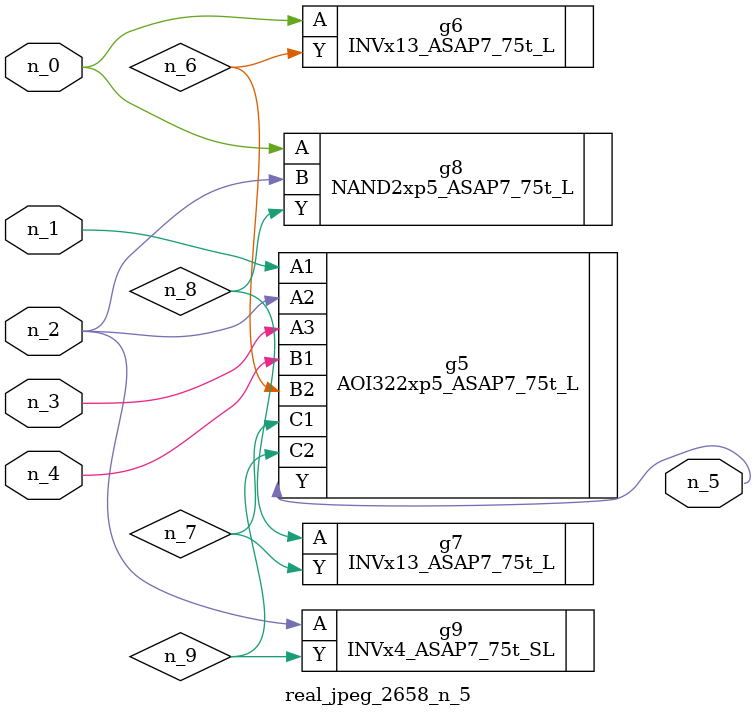
<source format=v>
module real_jpeg_2658_n_5 (n_4, n_0, n_1, n_2, n_3, n_5);

input n_4;
input n_0;
input n_1;
input n_2;
input n_3;

output n_5;

wire n_8;
wire n_6;
wire n_7;
wire n_9;

INVx13_ASAP7_75t_L g6 ( 
.A(n_0),
.Y(n_6)
);

NAND2xp5_ASAP7_75t_L g8 ( 
.A(n_0),
.B(n_2),
.Y(n_8)
);

AOI322xp5_ASAP7_75t_L g5 ( 
.A1(n_1),
.A2(n_2),
.A3(n_3),
.B1(n_4),
.B2(n_6),
.C1(n_7),
.C2(n_9),
.Y(n_5)
);

INVx4_ASAP7_75t_SL g9 ( 
.A(n_2),
.Y(n_9)
);

INVx13_ASAP7_75t_L g7 ( 
.A(n_8),
.Y(n_7)
);


endmodule
</source>
